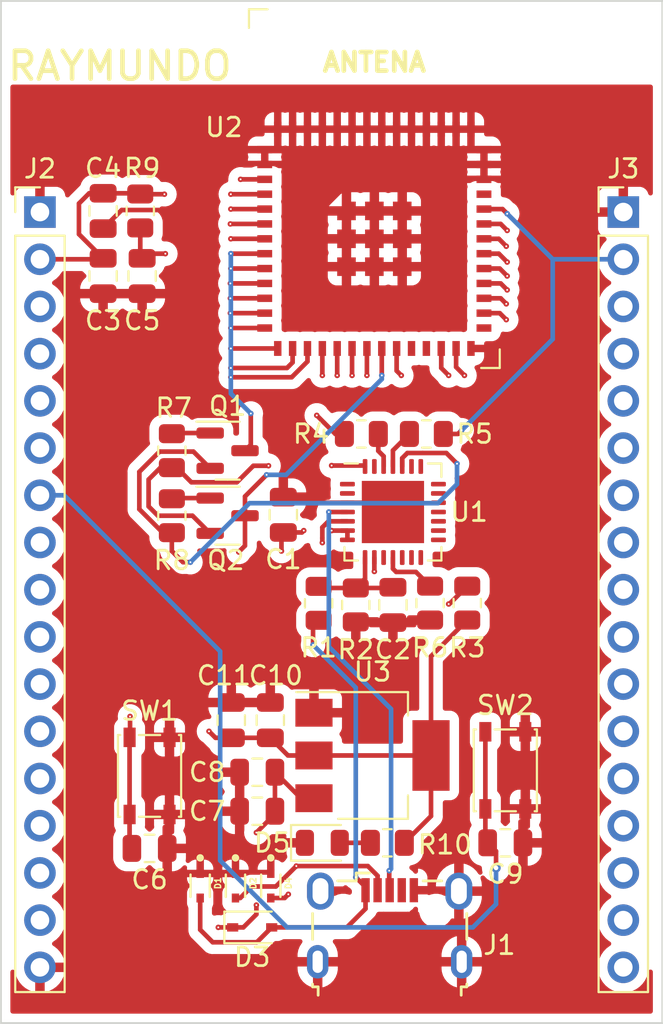
<source format=kicad_pcb>
(kicad_pcb (version 20211014) (generator pcbnew)
  (layers (0 "F.Cu" signal) (1 "In1.Cu" signal) (2 "In2.Cu" signal) (31 "B.Cu" signal) (34 "B.Paste" user) (35 "F.Paste" user) (36 "B.SilkS" user "B.Silkscreen") (37 "F.SilkS" user "F.Silkscreen") (38 "B.Mask" user) (39 "F.Mask" user) (44 "Edge.Cuts" user))
  (net 0 "")
  (net 1 "+3V3")
  (net 2 "GND")
  (net 3 "Net-(C2-Pad1)")
  (net 4 "ESP_RST")
  (net 5 "GPIO0")
  (net 6 "+5V")
  (net 7 "VBUS")
  (net 8 "USB_DN")
  (net 9 "USB_DP")
  (net 10 "Net-(D5-Pad2)")
  (net 12 "GPI36")
  (net 13 "GPI37")
  (net 14 "GPI38")
  (net 15 "GPI39")
  (net 16 "GPI34")
  (net 17 "GPI35")
  (net 18 "GPIO32")
  (net 19 "GPI033")
  (net 20 "GPIO25")
  (net 21 "GPIO26")
  (net 22 "GPIO27")
  (net 23 "GPIO14")
  (net 24 "U0TXD")
  (net 25 "U0RXD")
  (net 26 "GPIO21")
  (net 27 "GPIO22")
  (net 28 "GPIO19")
  (net 29 "GPIO23")
  (net 30 "GPIO18")
  (net 31 "GPIO5")
  (net 32 "GPIO10")
  (net 33 "GPIO9")
  (net 34 "GPIO4")
  (net 35 "GPIO2")
  (net 36 "GPIO15")
  (net 37 "GPIO13")
  (net 38 "GPIO12")
  (net 39 "Net-(Q1-Pad1)")
  (net 40 "RTS")
  (net 41 "Net-(Q2-Pad1)")
  (net 42 "DTR")
  (net 43 "Net-(R3-Pad2)")
  (net 44 "Net-(R4-Pad1)")
  (net 45 "Net-(R5-Pad1)")
  (net 46 "Net-(R6-Pad2)")
  (footprint "Diode_SMD:D_SOD-323" (layer "F.Cu") (at 101.925 110.85)
    (fp_text reference "D3")
    (fp_text value "1N5819WS" hide)
  )
  (footprint "Button_Switch_SMD:SW_SPST_PTS810" (layer "F.Cu") (at 96.4 102.7 90)
    (fp_text reference "SW1")
    (fp_text value "SW_Push" hide)
  )
  (footprint "Resistor_SMD:R_0805_2012Metric" (layer "F.Cu") (at 109.2 106.3)
    (fp_text reference "R10")
    (fp_text value "5.1K(1%)" hide)
  )
  (footprint "Package_TO_SOT_SMD:SOT-223-3_TabPin2" (layer "F.Cu") (at 108.4 101.6)
    (fp_text reference "U3")
    (fp_text value "LD1117S33TR_SOT223" hide)
  )
  (footprint "Capacitor_SMD:C_0805_2012Metric" (layer "F.Cu") (at 96.4 106.6 180)
    (fp_text reference "C6")
    (fp_text value "0.1uF/50V(10%)(NC)" hide)
  )
  (footprint "Connector_PinHeader_2.54mm:PinHeader_1x17_P2.54mm_Vertical" (layer "F.Cu") (at 90.5 72.36)
    (fp_text reference "J2")
    (fp_text value "CON17X1_2P54" hide)
  )
  (footprint "nuevo simbolo:esp32-devkitM-1" (layer "F.Cu") (at 108.5 73.8)
    (fp_text reference "U2")
    (fp_text value "esp32-devkitM-1" hide)
  )
  (footprint "Resistor_SMD:R_0805_2012Metric" (layer "F.Cu") (at 105.5 93.4125 90)
    (fp_text reference "R1")
    (fp_text value "22.1K(1%)" hide)
  )
  (footprint "LED_SMD:LED_0805_2012Metric" (layer "F.Cu") (at 105.7 106.3)
    (fp_text reference "D5")
    (fp_text value "LED" hide)
  )
  (footprint "Capacitor_SMD:C_0805_2012Metric" (layer "F.Cu") (at 93.9 72.3 -90)
    (fp_text reference "C4")
    (fp_text value "0.1uF/50V(10%)" hide)
  )
  (footprint "Resistor_SMD:R_0805_2012Metric" (layer "F.Cu") (at 111.3 84.3)
    (fp_text reference "R5")
    (fp_text value "0(1%)" hide)
  )
  (footprint "Resistor_SMD:R_0805_2012Metric" (layer "F.Cu") (at 95.9 72.3 -90)
    (fp_text reference "R9")
    (fp_text value "10K(1%)" hide)
  )
  (footprint "Capacitor_SMD:C_0805_2012Metric" (layer "F.Cu") (at 102.2 104.6 180)
    (fp_text reference "C7")
    (fp_text value "10uF/25V(20%)" hide)
  )
  (footprint "Resistor_SMD:R_0805_2012Metric" (layer "F.Cu") (at 107.5 93.5 -90)
    (fp_text reference "R2")
    (fp_text value "47.5K(1%)" hide)
  )
  (footprint "Capacitor_SMD:C_0805_2012Metric" (layer "F.Cu") (at 100.8 99.7 90)
    (fp_text reference "C11")
    (fp_text value "10uF/25V(20%)" hide)
  )
  (footprint "Button_Switch_SMD:SW_SPST_PTS810" (layer "F.Cu") (at 115.55 102.4 90)
    (fp_text reference "SW2")
    (fp_text value "SW_Push" hide)
  )
  (footprint "Package_TO_SOT_SMD:SOT-23" (layer "F.Cu") (at 100.6 88.7)
    (fp_text reference "Q2")
    (fp_text value "L8050QLT1G" hide)
  )
  (footprint "LESD5D5:TVS_LESD5D5.0CT1G" (layer "F.Cu") (at 101.025 108.61 -90)
    (fp_text reference "D2")
    (fp_text value "D_TVS_Filled" hide)
  )
  (footprint "Capacitor_SMD:C_0805_2012Metric" (layer "F.Cu") (at 115.55 106.3 180)
    (fp_text reference "C9")
    (fp_text value "0.1uF/50V(10%)(NC)" hide)
  )
  (footprint "Capacitor_SMD:C_0805_2012Metric" (layer "F.Cu") (at 93.9 75.8 -90)
    (fp_text reference "C3")
    (fp_text value "10uF/25V(20%)" hide)
  )
  (footprint "Capacitor_SMD:C_0805_2012Metric" (layer "F.Cu") (at 109.5 93.5 -90)
    (fp_text reference "C2")
    (fp_text value "1uF/16V(10%)" hide)
  )
  (footprint "Connector_USB:USB_Micro-B_Wuerth_629105150521" (layer "F.Cu") (at 109.325 110.75)
    (fp_text reference "J1")
    (fp_text value "USB_B_Micro" hide)
  )
  (footprint "Package_DFN_QFN:QFN-28-1EP_5x5mm_P0.5mm_EP3.35x3.35mm" (layer "F.Cu") (at 109.5 88.5)
    (fp_text reference "U1")
    (fp_text value "CP2102N-Axx-xQFN28" hide)
  )
  (footprint "Resistor_SMD:R_0805_2012Metric" (layer "F.Cu") (at 113.5 93.4 90)
    (fp_text reference "R3")
    (fp_text value "1K(1%)" hide)
  )
  (footprint "LESD5D5:TVS_LESD5D5.0CT1G" (layer "F.Cu") (at 102.925 108.61 -90)
    (fp_text reference "D4")
    (fp_text value "D_TVS_Filled" hide)
  )
  (footprint "Resistor_SMD:R_0805_2012Metric" (layer "F.Cu") (at 111.5 93.4 90)
    (fp_text reference "R6")
    (fp_text value "10K(1%)(NC)" hide)
  )
  (footprint "Capacitor_SMD:C_0805_2012Metric" (layer "F.Cu") (at 103.6 88.65 90)
    (fp_text reference "C1")
    (fp_text value "10uF/25V(20%)" hide)
  )
  (footprint "Resistor_SMD:R_0805_2012Metric" (layer "F.Cu") (at 107.8 84.3 180)
    (fp_text reference "R4")
    (fp_text value "0(1%)" hide)
  )
  (footprint "Capacitor_SMD:C_0805_2012Metric" (layer "F.Cu") (at 102.2 102.5 180)
    (fp_text reference "C8")
    (fp_text value "0.1uF/50V(10%)" hide)
  )
  (footprint "Capacitor_SMD:C_0805_2012Metric" (layer "F.Cu") (at 102.9 99.7 90)
    (fp_text reference "C10")
    (fp_text value "0.1uF/50V(10%)" hide)
  )
  (footprint "LESD5D5:TVS_LESD5D5.0CT1G" (layer "F.Cu") (at 99.125 108.61 -90)
    (fp_text reference "D1")
    (fp_text value "D_TVS_Filled" hide)
  )
  (footprint "Capacitor_SMD:C_0805_2012Metric" (layer "F.Cu") (at 96 75.8 -90)
    (fp_text reference "C5")
    (fp_text value "1uF/16V(10%)" hide)
  )
  (footprint "Resistor_SMD:R_0805_2012Metric" (layer "F.Cu") (at 97.6 88.7 90)
    (fp_text reference "R8")
    (fp_text value "10K(1%)" hide)
  )
  (footprint "Connector_PinHeader_2.54mm:PinHeader_1x17_P2.54mm_Vertical" (layer "F.Cu") (at 121.9 72.36)
    (fp_text reference "J3")
    (fp_text value "CON17X1_2P54" hide)
  )
  (footprint "Package_TO_SOT_SMD:SOT-23" (layer "F.Cu") (at 100.6 85.2)
    (fp_text reference "Q1")
    (fp_text value "L8050QLT1G" hide)
  )
  (footprint "Resistor_SMD:R_0805_2012Metric" (layer "F.Cu") (at 97.6 85.2 90)
    (fp_text reference "R7")
    (fp_text value "10K(1%)" hide)
  )
  (gr_rect (start 88.4 116) (end 124 61) (layer "Edge.Cuts") (width 0.1) (fill none))
  (gr_text "RAYMUNDO" (at 94.8 64.5) (layer "F.SilkS") (effects (font (size 1.5 1.5) (thickness 0.25))))
  (segment (start 97.2 71.4) (end 95.9125 71.4) (width 0.25) (layer "F.Cu") (net 1))
  (segment (start 111.55 96.2625) (end 111.55 101.6) (width 0.25) (layer "F.Cu") (net 1))
  (segment (start 92.6 73.55) (end 93.9 74.85) (width 0.25) (layer "F.Cu") (net 1))
  (segment (start 93.9 71.35) (end 95.8625 71.35) (width 0.25) (layer "F.Cu") (net 1))
  (segment (start 95.8625 71.35) (end 95.9 71.3875) (width 0.25) (layer "F.Cu") (net 1))
  (segment (start 95.9125 71.4) (end 95.9 71.3875) (width 0.25) (layer "F.Cu") (net 1))
  (segment (start 103.5 90.6) (end 103.5 89.7) (width 0.25) (layer "F.Cu") (net 1))
  (segment (start 103.85 101.6) (end 102.9 100.65) (width 0.25) (layer "F.Cu") (net 1))
  (segment (start 99.95 100.65) (end 99.6 100.3) (width 0.25) (layer "F.Cu") (net 1))
  (segment (start 102.6 70.6) (end 101.3 70.6) (width 0.25) (layer "F.Cu") (net 1))
  (segment (start 113.5 94.3125) (end 111.55 96.2625) (width 0.25) (layer "F.Cu") (net 1))
  (segment (start 100.8 100.65) (end 102.9 100.65) (width 0.25) (layer "F.Cu") (net 1))
  (segment (start 93.9 71.35) (end 93.15 71.35) (width 0.25) (layer "F.Cu") (net 1))
  (segment (start 105.25 101.6) (end 103.85 101.6) (width 0.25) (layer "F.Cu") (net 1))
  (segment (start 107.05 90) (end 107.05 89.5) (width 0.25) (layer "F.Cu") (net 1))
  (segment (start 103.5 89.7) (end 103.6 89.6) (width 0.25) (layer "F.Cu") (net 1))
  (segment (start 104.6 89.6) (end 104.7 89.5) (width 0.25) (layer "F.Cu") (net 1))
  (segment (start 111.55 104.8625) (end 111.55 101.6) (width 0.25) (layer "F.Cu") (net 1))
  (segment (start 106.2 89.5) (end 107.05 89.5) (width 0.25) (layer "F.Cu") (net 1))
  (segment (start 110.1125 106.3) (end 111.55 104.8625) (width 0.25) (layer "F.Cu") (net 1))
  (segment (start 92.6 71.9) (end 92.6 73.55) (width 0.25) (layer "F.Cu") (net 1))
  (segment (start 105.25 101.6) (end 111.55 101.6) (width 0.25) (layer "F.Cu") (net 1))
  (segment (start 100.8 100.65) (end 99.95 100.65) (width 0.25) (layer "F.Cu") (net 1))
  (segment (start 103.6 89.6) (end 104.6 89.6) (width 0.25) (layer "F.Cu") (net 1))
  (segment (start 93.85 74.9) (end 90.5 74.9) (width 0.25) (layer "F.Cu") (net 1))
  (segment (start 93.9 74.85) (end 93.85 74.9) (width 0.25) (layer "F.Cu") (net 1))
  (segment (start 93.15 71.35) (end 92.6 71.9) (width 0.25) (layer "F.Cu") (net 1))
  (via micro (at 99.6 100.3) (size 0.3) (drill 0.1) (layers "F.Cu" "In1.Cu") (net 1))
  (via micro (at 101.3 70.6) (size 0.3) (drill 0.1) (layers "F.Cu" "In1.Cu") (net 1))
  (via micro (at 103.5 90.6) (size 0.3) (drill 0.1) (layers "F.Cu" "In1.Cu") (net 1))
  (via micro (at 97.2 71.4) (size 0.3) (drill 0.1) (layers "F.Cu" "In1.Cu") (net 1))
  (via micro (at 106.2 89.5) (size 0.3) (drill 0.1) (layers "F.Cu" "In1.Cu") (net 1))
  (via micro (at 104.7 89.5) (size 0.3) (drill 0.1) (layers "F.Cu" "In1.Cu") (net 1))
  (segment (start 94.9 72.25) (end 97.55 72.25) (width 0.25) (layer "F.Cu") (net 2))
  (segment (start 100.8 69) (end 102.6 69) (width 0.25) (layer "F.Cu") (net 2))
  (segment (start 103.9 88) (end 103.6 87.7) (width 0.25) (layer "F.Cu") (net 2))
  (segment (start 93.9 73.25) (end 94.9 72.25) (width 0.25) (layer "F.Cu") (net 2))
  (segment (start 97.55 72.25) (end 100.8 69) (width 0.25) (layer "F.Cu") (net 2))
  (segment (start 109 88) (end 109.5 88.5) (width 0.25) (layer "F.Cu") (net 2))
  (segment (start 107.05 88) (end 103.9 88) (width 0.25) (layer "F.Cu") (net 2))
  (segment (start 107.05 88) (end 109 88) (width 0.25) (layer "F.Cu") (net 2))
  (segment (start 107.5 92.5875) (end 109.4625 92.5875) (width 0.25) (layer "F.Cu") (net 3))
  (segment (start 108 92.0875) (end 107.5 92.5875) (width 0.25) (layer "F.Cu") (net 3))
  (segment (start 108 90.95) (end 108 92.0875) (width 0.25) (layer "F.Cu") (net 3))
  (segment (start 105.5875 92.5875) (end 105.5 92.5) (width 0.25) (layer "F.Cu") (net 3))
  (segment (start 109.4625 92.5875) (end 109.5 92.55) (width 0.25) (layer "F.Cu") (net 3))
  (segment (start 107.5 92.5875) (end 105.5875 92.5875) (width 0.25) (layer "F.Cu") (net 3))
  (segment (start 101.85 83.2) (end 101.85 84.8875) (width 0.25) (layer "F.Cu") (net 4))
  (segment (start 115.05 106.75) (end 114.6 106.3) (width 0.25) (layer "F.Cu") (net 4))
  (segment (start 95.9 73.2125) (end 95.9 74.75) (width 0.25) (layer "F.Cu") (net 4))
  (segment (start 114.475 106.175) (end 114.6 106.3) (width 0.25) (layer "F.Cu") (net 4))
  (segment (start 101.85 84.8875) (end 101.5375 85.2) (width 0.25) (layer "F.Cu") (net 4))
  (segment (start 95.9 74.75) (end 96 74.85) (width 0.25) (layer "F.Cu") (net 4))
  (segment (start 114.475 100.325) (end 114.475 104.475) (width 0.25) (layer "F.Cu") (net 4))
  (segment (start 96.25 74.6) (end 96 74.85) (width 0.25) (layer "F.Cu") (net 4))
  (segment (start 114.475 104.475) (end 114.475 106.175) (width 0.25) (layer "F.Cu") (net 4))
  (segment (start 102.6 74.6) (end 100.7755 74.6) (width 0.25) (layer "F.Cu") (net 4))
  (segment (start 115.05 107.65) (end 115.05 106.75) (width 0.25) (layer "F.Cu") (net 4))
  (segment (start 97.25 74.6) (end 96.25 74.6) (width 0.25) (layer "F.Cu") (net 4))
  (via (at 115.05 107.65) (size 0.5) (drill 0.25) (layers "F.Cu" "B.Cu") (net 4))
  (via micro (at 97.25 74.6) (size 0.3) (drill 0.1) (layers "F.Cu" "In1.Cu") (net 4))
  (via (at 100.7755 74.6) (size 0.3) (drill 0.1) (layers "F.Cu" "B.Cu") (net 4))
  (via micro (at 101.85 83.2) (size 0.3) (drill 0.1) (layers "F.Cu" "B.Cu") (net 4))
  (segment (start 114.7 109.95) (end 115.05 109.6) (width 0.25) (layer "B.Cu") (net 4))
  (segment (start 100.7755 82.1255) (end 101.85 83.2) (width 0.25) (layer "B.Cu") (net 4))
  (segment (start 100.2 107.25) (end 103.8 110.85) (width 0.25) (layer "B.Cu") (net 4))
  (segment (start 115.05 109.6) (end 115.05 107.65) (width 0.25) (layer "B.Cu") (net 4))
  (segment (start 92.65 88.45) (end 100.2 96) (width 0.25) (layer "B.Cu") (net 4))
  (segment (start 103.8 110.85) (end 113.8 110.85) (width 0.25) (layer "B.Cu") (net 4))
  (segment (start 100.7755 74.6) (end 100.7755 82.1255) (width 0.25) (layer "B.Cu") (net 4))
  (segment (start 100.2 96) (end 100.2 106.9) (width 0.25) (layer "B.Cu") (net 4))
  (segment (start 100.2 106.9) (end 100.2 107.25) (width 0.25) (layer "B.Cu") (net 4))
  (segment (start 91.8 87.6) (end 92.65 88.45) (width 0.25) (layer "B.Cu") (net 4))
  (segment (start 113.8 110.85) (end 114.7 109.95) (width 0.25) (layer "B.Cu") (net 4))
  (segment (start 90.5 87.6) (end 91.8 87.6) (width 0.25) (layer "B.Cu") (net 4))
  (segment (start 101.5375 88.7) (end 101.5375 90.3125) (width 0.25) (layer "F.Cu") (net 5))
  (segment (start 108.9 81.15) (end 108.9 79.7) (width 0.25) (layer "F.Cu") (net 5))
  (segment (start 101.5375 87.6625) (end 102.7 86.5) (width 0.25) (layer "F.Cu") (net 5))
  (segment (start 95.325 104.775) (end 95.325 106.475) (width 0.25) (layer "F.Cu") (net 5))
  (segment (start 95.325 106.475) (end 95.45 106.6) (width 0.25) (layer "F.Cu") (net 5))
  (segment (start 101.5375 88.7) (end 101.5375 87.6625) (width 0.25) (layer "F.Cu") (net 5))
  (segment (start 95.35 99.5) (end 95.35 100.6) (width 0.25) (layer "F.Cu") (net 5))
  (segment (start 101.5375 90.3125) (end 101.2 90.65) (width 0.25) (layer "F.Cu") (net 5))
  (segment (start 95.35 100.6) (end 95.325 100.625) (width 0.25) (layer "F.Cu") (net 5))
  (segment (start 95.325 100.625) (end 95.325 104.775) (width 0.25) (layer "F.Cu") (net 5))
  (via micro (at 101.2 90.65) (size 0.3) (drill 0.1) (layers "F.Cu" "In1.Cu") (net 5))
  (via micro (at 102.7 86.5) (size 0.3) (drill 0.1) (layers "F.Cu" "B.Cu") (net 5))
  (via micro (at 95.35 99.5) (size 0.3) (drill 0.1) (layers "F.Cu" "In1.Cu") (net 5))
  (via (at 108.9 81.15) (size 0.3) (drill 0.1) (layers "F.Cu" "B.Cu") (net 5))
  (segment (start 108.9 81.35) (end 103.75 86.5) (width 0.25) (layer "B.Cu") (net 5))
  (segment (start 103.75 86.5) (end 102.7 86.5) (width 0.25) (layer "B.Cu") (net 5))
  (segment (start 108.9 81.15) (end 108.9 81.35) (width 0.25) (layer "B.Cu") (net 5))
  (segment (start 101.45 110.85) (end 100.875 110.85) (width 0.25) (layer "F.Cu") (net 6))
  (segment (start 102.15 109.65) (end 102.15 110.15) (width 0.25) (layer "F.Cu") (net 6))
  (segment (start 102.15 110.15) (end 101.45 110.85) (width 0.25) (layer "F.Cu") (net 6))
  (segment (start 103.15 104.75) (end 102.15 105.75) (width 0.25) (layer "F.Cu") (net 6))
  (segment (start 103.15 104.6) (end 103.15 104.75) (width 0.25) (layer "F.Cu") (net 6))
  (segment (start 104.55 103.9) (end 103.15 102.5) (width 0.25) (layer "F.Cu") (net 6))
  (segment (start 103.15 102.5) (end 103.15 104.6) (width 0.25) (layer "F.Cu") (net 6))
  (segment (start 100.875 110.85) (end 100.1 110.85) (width 0.25) (layer "F.Cu") (net 6))
  (segment (start 105.25 103.9) (end 104.55 103.9) (width 0.25) (layer "F.Cu") (net 6))
  (via micro (at 102.15 109.65) (size 0.3) (drill 0.1) (layers "F.Cu" "In1.Cu") (net 6))
  (via micro (at 100.1 110.85) (size 0.3) (drill 0.1) (layers "F.Cu" "In1.Cu") (net 6))
  (via micro (at 102.15 105.75) (size 0.3) (drill 0.1) (layers "F.Cu" "In1.Cu") (net 6))
  (segment (start 108.025 108.85) (end 108.025 108.675) (width 0.25) (layer "F.Cu") (net 7))
  (segment (start 99.125 109.27) (end 99.125 110.975) (width 0.25) (layer "F.Cu") (net 7))
  (segment (start 108.025 109.846018) (end 108.025 108.85) (width 0.25) (layer "F.Cu") (net 7))
  (segment (start 102.975 110.85) (end 107.021018 110.85) (width 0.25) (layer "F.Cu") (net 7))
  (segment (start 108.025 108.675) (end 107.5 108.15) (width 0.25) (layer "F.Cu") (net 7))
  (segment (start 99.8 111.65) (end 102.175 111.65) (width 0.25) (layer "F.Cu") (net 7))
  (segment (start 105.2 95.65) (end 105.2 94.625) (width 0.25) (layer "F.Cu") (net 7))
  (segment (start 107.021018 110.85) (end 108.025 109.846018) (width 0.25) (layer "F.Cu") (net 7))
  (segment (start 102.175 111.65) (end 102.975 110.85) (width 0.25) (layer "F.Cu") (net 7))
  (segment (start 99.125 110.975) (end 99.8 111.65) (width 0.25) (layer "F.Cu") (net 7))
  (segment (start 105.2 94.625) (end 105.5 94.325) (width 0.25) (layer "F.Cu") (net 7))
  (via (at 105.2 95.65) (size 0.3) (drill 0.1) (layers "F.Cu" "B.Cu") (net 7))
  (via (at 107.5 108.15) (size 0.3) (drill 0.1) (layers "F.Cu" "B.Cu") (net 7))
  (segment (start 107.5 108.15) (end 107.5 97.95) (width 0.25) (layer "B.Cu") (net 7))
  (segment (start 107.5 97.95) (end 105.2 95.65) (width 0.25) (layer "B.Cu") (net 7))
  (segment (start 103.2 108.65) (end 104.3 107.55) (width 0.25) (layer "F.Cu") (net 8))
  (segment (start 105.7 89.328248) (end 105.7 89.9) (width 0.25) (layer "F.Cu") (net 8))
  (segment (start 101.28 109.27) (end 101.9 108.65) (width 0.25) (layer "F.Cu") (net 8))
  (segment (start 101.025 109.27) (end 101.28 109.27) (width 0.25) (layer "F.Cu") (net 8))
  (segment (start 108.675 108.075) (end 108.675 108.85) (width 0.25) (layer "F.Cu") (net 8))
  (segment (start 104.3 107.55) (end 108.15 107.55) (width 0.25) (layer "F.Cu") (net 8))
  (segment (start 106.028248 89) (end 105.7 89.328248) (width 0.25) (layer "F.Cu") (net 8))
  (segment (start 107.05 89) (end 106.028248 89) (width 0.25) (layer "F.Cu") (net 8))
  (segment (start 101.9 108.65) (end 103.2 108.65) (width 0.25) (layer "F.Cu") (net 8))
  (segment (start 108.15 107.55) (end 108.675 108.075) (width 0.25) (layer "F.Cu") (net 8))
  (segment (start 105.7 89.9) (end 105.7 90.15) (width 0.25) (layer "F.Cu") (net 8))
  (via micro (at 105.7 90.15) (size 0.3) (drill 0.1) (layers "F.Cu" "In1.Cu") (net 8))
  (via micro (at 104.3 107.55) (size 0.3) (drill 0.1) (layers "F.Cu" "In1.Cu") (net 8))
  (segment (start 109.3 107.8) (end 109.3 108.825) (width 0.25) (layer "F.Cu") (net 9))
  (segment (start 106.05 88.5) (end 107.05 88.5) (width 0.25) (layer "F.Cu") (net 9))
  (segment (start 109.3 108.825) (end 109.325 108.85) (width 0.25) (layer "F.Cu") (net 9))
  (segment (start 103.670176 109.27) (end 103.869494 109.070682) (width 0.25) (layer "F.Cu") (net 9))
  (segment (start 102.925 109.27) (end 103.670176 109.27) (width 0.25) (layer "F.Cu") (net 9))
  (via (at 109.3 107.8) (size 0.3) (drill 0.1) (layers "F.Cu" "B.Cu") (net 9))
  (via micro (at 103.869494 109.070682) (size 0.3) (drill 0.1) (layers "F.Cu" "In1.Cu") (net 9))
  (via (at 106.05 88.5) (size 0.3) (drill 0.1) (layers "F.Cu" "B.Cu") (net 9))
  (segment (start 109.4 107.7) (end 109.3 107.8) (width 0.25) (layer "B.Cu") (net 9))
  (segment (start 106.05 95.75) (end 109.4 99.1) (width 0.25) (layer "B.Cu") (net 9))
  (segment (start 109.4 99.1) (end 109.4 107.7) (width 0.25) (layer "B.Cu") (net 9))
  (segment (start 106.05 88.5) (end 106.05 95.75) (width 0.25) (layer "B.Cu") (net 9))
  (segment (start 108.2875 106.3) (end 106.6375 106.3) (width 0.25) (layer "F.Cu") (net 10))
  (segment (start 102.6 71.4) (end 100.7755 71.4) (width 0.25) (layer "F.Cu") (net 12))
  (via micro (at 100.7755 71.4) (size 0.3) (drill 0.1) (layers "F.Cu" "In1.Cu") (net 12))
  (segment (start 102.6 72.2) (end 100.7755 72.2) (width 0.25) (layer "F.Cu") (net 13))
  (via micro (at 100.7755 72.2) (size 0.3) (drill 0.1) (layers "F.Cu" "In1.Cu") (net 13))
  (segment (start 102.6 73) (end 100.75 73) (width 0.25) (layer "F.Cu") (net 14))
  (via micro (at 100.75 73) (size 0.3) (drill 0.1) (layers "F.Cu" "In1.Cu") (net 14))
  (segment (start 102.6 73.8) (end 100.7755 73.8) (width 0.25) (layer "F.Cu") (net 15))
  (via micro (at 100.7755 73.8) (size 0.3) (drill 0.1) (layers "F.Cu" "In1.Cu") (net 15))
  (segment (start 102.6 75.4) (end 100.7755 75.4) (width 0.25) (layer "F.Cu") (net 16))
  (via micro (at 100.7755 75.4) (size 0.3) (drill 0.1) (layers "F.Cu" "In1.Cu") (net 16))
  (segment (start 102.6 76.2) (end 100.75 76.2) (width 0.25) (layer "F.Cu") (net 17))
  (via micro (at 100.75 76.2) (size 0.3) (drill 0.1) (layers "F.Cu" "In1.Cu") (net 17))
  (segment (start 102.6 77) (end 100.75 77) (width 0.25) (layer "F.Cu") (net 18))
  (via micro (at 100.75 77) (size 0.3) (drill 0.1) (layers "F.Cu" "In1.Cu") (net 18))
  (segment (start 102.6 77.8) (end 100.75 77.8) (width 0.25) (layer "F.Cu") (net 19))
  (via micro (at 100.75 77.8) (size 0.3) (drill 0.1) (layers "F.Cu" "In1.Cu") (net 19))
  (segment (start 102.6 78.6) (end 100.7755 78.6) (width 0.25) (layer "F.Cu") (net 20))
  (via micro (at 100.7755 78.6) (size 0.3) (drill 0.1) (layers "F.Cu" "In1.Cu") (net 20))
  (segment (start 103.3 79.7) (end 100.7755 79.7) (width 0.25) (layer "F.Cu") (net 21))
  (via micro (at 100.7755 79.7) (size 0.3) (drill 0.1) (layers "F.Cu" "In1.Cu") (net 21))
  (segment (start 103.9 80.65) (end 103.8 80.75) (width 0.25) (layer "F.Cu") (net 22))
  (segment (start 104.1 79.7) (end 104.1 80.45) (width 0.25) (layer "F.Cu") (net 22))
  (segment (start 104.1 80.45) (end 103.9 80.65) (width 0.25) (layer "F.Cu") (net 22))
  (segment (start 103.8 80.75) (end 100.7755 80.75) (width 0.25) (layer "F.Cu") (net 22))
  (via micro (at 100.7755 80.75) (size 0.3) (drill 0.1) (layers "F.Cu" "In1.Cu") (net 22))
  (segment (start 104.9 79.7) (end 104.9 80.4) (width 0.25) (layer "F.Cu") (net 23))
  (segment (start 104.050497 81.249503) (end 100.7755 81.249503) (width 0.25) (layer "F.Cu") (net 23))
  (segment (start 104.1 81.2) (end 104.050497 81.249503) (width 0.25) (layer "F.Cu") (net 23))
  (segment (start 104.9 80.4) (end 104.1 81.2) (width 0.25) (layer "F.Cu") (net 23))
  (via micro (at 100.7755 81.249503) (size 0.3) (drill 0.1) (layers "F.Cu" "In1.Cu") (net 23))
  (segment (start 114.4 72.2) (end 115.4 72.2) (width 0.25) (layer "F.Cu") (net 24))
  (segment (start 112.2125 84.3) (end 113 84.3) (width 0.25) (layer "F.Cu") (net 24))
  (segment (start 115.4 72.2) (end 115.65 72.45) (width 0.25) (layer "F.Cu") (net 24))
  (segment (start 113 84.3) (end 113.2 84.1) (width 0.25) (layer "F.Cu") (net 24))
  (via (at 115.65 72.45) (size 0.3) (drill 0.1) (layers "F.Cu" "B.Cu") (net 24))
  (via (at 113.2 84.1) (size 0.3) (drill 0.1) (layers "F.Cu" "B.Cu") (net 24))
  (segment (start 118.1 74.9) (end 118.1 79.2) (width 0.25) (layer "B.Cu") (net 24))
  (segment (start 118.1 79.2) (end 113.2 84.1) (width 0.25) (layer "B.Cu") (net 24))
  (segment (start 118.1 74.9) (end 121.9 74.9) (width 0.25) (layer "B.Cu") (net 24))
  (segment (start 115.65 72.45) (end 118.1 74.9) (width 0.25) (layer "B.Cu") (net 24))
  (segment (start 106.8875 84.3) (end 106.4 84.3) (width 0.25) (layer "F.Cu") (net 25))
  (segment (start 105.8 83.7) (end 105.4 83.3) (width 0.25) (layer "F.Cu") (net 25))
  (segment (start 115.3 73) (end 115.65 73.35) (width 0.25) (layer "F.Cu") (net 25))
  (segment (start 114.4 73) (end 115.3 73) (width 0.25) (layer "F.Cu") (net 25))
  (segment (start 106.4 84.3) (end 105.8 83.7) (width 0.25) (layer "F.Cu") (net 25))
  (via micro (at 115.65 73.35) (size 0.3) (drill 0.1) (layers "F.Cu" "In1.Cu") (net 25))
  (via micro (at 105.4 83.3) (size 0.3) (drill 0.1) (layers "F.Cu" "In1.Cu") (net 25))
  (segment (start 115.2 73.8) (end 115.6 74.2) (width 0.25) (layer "F.Cu") (net 26))
  (segment (start 114.4 73.8) (end 115.2 73.8) (width 0.25) (layer "F.Cu") (net 26))
  (via micro (at 115.6 74.2) (size 0.3) (drill 0.1) (layers "F.Cu" "In1.Cu") (net 26))
  (segment (start 115.2 74.6) (end 115.65 75.05) (width 0.25) (layer "F.Cu") (net 27))
  (segment (start 114.4 74.6) (end 115.2 74.6) (width 0.25) (layer "F.Cu") (net 27))
  (via micro (at 115.65 75.05) (size 0.3) (drill 0.1) (layers "F.Cu" "In1.Cu") (net 27))
  (segment (start 115.25 75.4) (end 115.65 75.8) (width 0.25) (layer "F.Cu") (net 28))
  (segment (start 114.4 75.4) (end 115.25 75.4) (width 0.25) (layer "F.Cu") (net 28))
  (via micro (at 115.65 75.8) (size 0.3) (drill 0.1) (layers "F.Cu" "In1.Cu") (net 28))
  (segment (start 114.4 76.2) (end 115.3 76.2) (width 0.25) (layer "F.Cu") (net 29))
  (segment (start 115.3 76.2) (end 115.65 76.55) (width 0.25) (layer "F.Cu") (net 29))
  (via micro (at 115.65 76.55) (size 0.3) (drill 0.1) (layers "F.Cu" "In1.Cu") (net 29))
  (segment (start 114.4 77) (end 115.3 77) (width 0.25) (layer "F.Cu") (net 30))
  (segment (start 115.3 77) (end 115.6 77.3) (width 0.25) (layer "F.Cu") (net 30))
  (via micro (at 115.6 77.3) (size 0.3) (drill 0.1) (layers "F.Cu" "In1.Cu") (net 30))
  (segment (start 115.25 77.8) (end 115.6 78.15) (width 0.25) (layer "F.Cu") (net 31))
  (segment (start 114.4 77.8) (end 115.25 77.8) (width 0.25) (layer "F.Cu") (net 31))
  (via micro (at 115.6 78.15) (size 0.3) (drill 0.1) (layers "F.Cu" "In1.Cu") (net 31))
  (segment (start 112.9 80.7) (end 113.35 81.15) (width 0.25) (layer "F.Cu") (net 32))
  (segment (start 112.9 79.7) (end 112.9 80.7) (width 0.25) (layer "F.Cu") (net 32))
  (via micro (at 113.35 81.15) (size 0.3) (drill 0.1) (layers "F.Cu" "In1.Cu") (net 32))
  (segment (start 112.1 80.75) (end 112.5 81.15) (width 0.25) (layer "F.Cu") (net 33))
  (segment (start 112.1 79.7) (end 112.1 80.75) (width 0.25) (layer "F.Cu") (net 33))
  (via micro (at 112.5 81.15) (size 0.3) (drill 0.1) (layers "F.Cu" "In1.Cu") (net 33))
  (segment (start 109.7 80.9) (end 109.95 81.15) (width 0.25) (layer "F.Cu") (net 34))
  (segment (start 109.7 79.7) (end 109.7 80.9) (width 0.25) (layer "F.Cu") (net 34))
  (via micro (at 109.95 81.15) (size 0.3) (drill 0.1) (layers "F.Cu" "In1.Cu") (net 34))
  (segment (start 108.1 79.7) (end 108.1 81.15) (width 0.25) (layer "F.Cu") (net 35))
  (via micro (at 108.1 81.15) (size 0.3) (drill 0.1) (layers "F.Cu" "In1.Cu") (net 35))
  (segment (start 107.3 79.7) (end 107.3 81.15) (width 0.25) (layer "F.Cu") (net 36))
  (via micro (at 107.3 81.15) (size 0.3) (drill 0.1) (layers "F.Cu" "In1.Cu") (net 36))
  (segment (start 106.5 79.7) (end 106.5 81.15) (width 0.25) (layer "F.Cu") (net 37))
  (via micro (at 106.5 81.15) (size 0.3) (drill 0.1) (layers "F.Cu" "In1.Cu") (net 37))
  (segment (start 105.7 79.7) (end 105.7 81.15) (width 0.25) (layer "F.Cu") (net 38))
  (via micro (at 105.7 81.15) (size 0.3) (drill 0.1) (layers "F.Cu" "In1.Cu") (net 38))
  (segment (start 99.6625 84.25) (end 97.6375 84.25) (width 0.25) (layer "F.Cu") (net 39))
  (segment (start 97.6375 84.25) (end 97.6 84.2875) (width 0.25) (layer "F.Cu") (net 39))
  (segment (start 98.7625 85.25) (end 99.6625 86.15) (width 0.25) (layer "F.Cu") (net 40))
  (segment (start 97.6 89.6125) (end 97.1125 89.6125) (width 0.25) (layer "F.Cu") (net 40))
  (segment (start 98.1 91.1) (end 98.2 91.2) (width 0.25) (layer "F.Cu") (net 40))
  (segment (start 97.6 90.6) (end 98.1 91.1) (width 0.25) (layer "F.Cu") (net 40))
  (segment (start 110 86.05) (end 110 85.601992) (width 0.25) (layer "F.Cu") (net 40))
  (segment (start 111.1 85.325) (end 112.375 85.325) (width 0.25) (layer "F.Cu") (net 40))
  (segment (start 95.85 88.35) (end 95.85 86.336827) (width 0.25) (layer "F.Cu") (net 40))
  (segment (start 110.276992 85.325) (end 111.1 85.325) (width 0.25) (layer "F.Cu") (net 40))
  (segment (start 98.2 91.2) (end 98.6 91.2) (width 0.25) (layer "F.Cu") (net 40))
  (segment (start 95.85 86.336827) (end 96.936827 85.25) (width 0.25) (layer "F.Cu") (net 40))
  (segment (start 97.6 89.6125) (end 97.6 90.6) (width 0.25) (layer "F.Cu") (net 40))
  (segment (start 96.936827 85.25) (end 98.7625 85.25) (width 0.25) (layer "F.Cu") (net 40))
  (segment (start 97.1125 89.6125) (end 95.85 88.35) (width 0.25) (layer "F.Cu") (net 40))
  (segment (start 110 85.601992) (end 110.276992 85.325) (width 0.25) (layer "F.Cu") (net 40))
  (segment (start 112.375 85.325) (end 112.95 85.9) (width 0.25) (layer "F.Cu") (net 40))
  (via (at 112.95 85.9) (size 0.3) (drill 0.1) (layers "F.Cu" "B.Cu") (net 40))
  (via (at 98.6 91.2) (size 0.3) (drill 0.1) (layers "F.Cu" "B.Cu") (net 40))
  (segment (start 112.95 87) (end 111.925 88.025) (width 0.25) (layer "B.Cu") (net 40))
  (segment (start 101.775 88.025) (end 98.6 91.2) (width 0.25) (layer "B.Cu") (net 40))
  (segment (start 112.95 85.9) (end 112.95 87) (width 0.25) (layer "B.Cu") (net 40))
  (segment (start 111.925 88.025) (end 101.775 88.025) (width 0.25) (layer "B.Cu") (net 40))
  (segment (start 97.6375 87.75) (end 97.6 87.7875) (width 0.25) (layer "F.Cu") (net 41))
  (segment (start 99.6625 87.75) (end 97.6375 87.75) (width 0.25) (layer "F.Cu") (net 41))
  (segment (start 106.2 86) (end 107.95 86) (width 0.25) (layer "F.Cu") (net 42))
  (segment (start 97.6 86.1125) (end 96.9875 86.1125) (width 0.25) (layer "F.Cu") (net 42))
  (segment (start 98.7125 88.7) (end 99.6625 89.65) (width 0.25) (layer "F.Cu") (net 42))
  (segment (start 101.95 86.05) (end 101.988788 86.011212) (width 0.25) (layer "F.Cu") (net 42))
  (segment (start 96.35 86.75) (end 96.35 88.2) (width 0.25) (layer "F.Cu") (net 42))
  (segment (start 96.9875 86.1125) (end 96.35 86.75) (width 0.25) (layer "F.Cu") (net 42))
  (segment (start 107.95 86) (end 108 86.05) (width 0.25) (layer "F.Cu") (net 42))
  (segment (start 98.65 86.9) (end 101.1 86.9) (width 0.25) (layer "F.Cu") (net 42))
  (segment (start 96.85 88.7) (end 98.7125 88.7) (width 0.25) (layer "F.Cu") (net 42))
  (segment (start 96.35 88.2) (end 96.85 88.7) (width 0.25) (layer "F.Cu") (net 42))
  (segment (start 101.988788 86.011212) (end 102.802903 86.011212) (width 0.25) (layer "F.Cu") (net 42))
  (segment (start 97.6 86.1125) (end 97.8625 86.1125) (width 0.25) (layer "F.Cu") (net 42))
  (segment (start 97.8625 86.1125) (end 98.65 86.9) (width 0.25) (layer "F.Cu") (net 42))
  (segment (start 101.1 86.9) (end 101.95 86.05) (width 0.25) (layer "F.Cu") (net 42))
  (via micro (at 106.2 86) (size 0.3) (drill 0.1) (layers "F.Cu" "In1.Cu") (net 42))
  (via micro (at 102.802903 86.011212) (size 0.3) (drill 0.1) (layers "F.Cu" "In1.Cu") (net 42))
  (segment (start 112.5 93.45) (end 112.5375 93.45) (width 0.25) (layer "F.Cu") (net 43))
  (segment (start 108.5 90.95) (end 108.5 91.7) (width 0.25) (layer "F.Cu") (net 43))
  (segment (start 112.5375 93.45) (end 113.5 92.4875) (width 0.25) (layer "F.Cu") (net 43))
  (via micro (at 108.5 91.7) (size 0.3) (drill 0.1) (layers "F.Cu" "In1.Cu") (net 43))
  (via micro (at 112.5 93.45) (size 0.3) (drill 0.1) (layers "F.Cu" "In1.Cu") (net 43))
  (segment (start 108.7125 84.3) (end 108.7125 85.2125) (width 0.25) (layer "F.Cu") (net 44))
  (segment (start 108.7125 85.2125) (end 109 85.5) (width 0.25) (layer "F.Cu") (net 44))
  (segment (start 109 85.5) (end 109 86.05) (width 0.25) (layer "F.Cu") (net 44))
  (segment (start 109.5 86.05) (end 109.5 85.1875) (width 0.25) (layer "F.Cu") (net 45))
  (segment (start 109.5 85.1875) (end 110.3875 84.3) (width 0.25) (layer "F.Cu") (net 45))
  (segment (start 109.5 91.55) (end 109.675 91.725) (width 0.25) (layer "F.Cu") (net 46))
  (segment (start 109.675 91.725) (end 110.7375 91.725) (width 0.25) (layer "F.Cu") (net 46))
  (segment (start 110.7375 91.725) (end 111.5 92.4875) (width 0.25) (layer "F.Cu") (net 46))
  (segment (start 109.5 90.95) (end 109.5 91.55) (width 0.25) (layer "F.Cu") (net 46))
  (zone (net 2) (net_name "GND") (layer "F.Cu") (connect_pads (clearance 0.508)) (min_thickness 0.254) (fill yes (thermal_gap 0.508) (thermal_bridge_width 0.508))
    (polygon (pts (xy 123.95 115.95) (xy 88.45 115.95) (xy 88.45 65.5) (xy 123.95 65.5)))
  )
)
</source>
